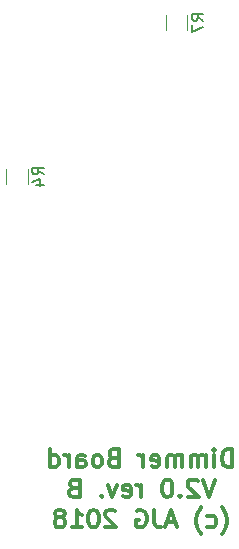
<source format=gbo>
G04 #@! TF.GenerationSoftware,KiCad,Pcbnew,(5.0.1-3-g963ef8bb5)*
G04 #@! TF.CreationDate,2018-11-25T11:10:42+01:00*
G04 #@! TF.ProjectId,Dimmer 2.0,44696D6D657220322E302E6B69636164,rev?*
G04 #@! TF.SameCoordinates,Original*
G04 #@! TF.FileFunction,Legend,Bot*
G04 #@! TF.FilePolarity,Positive*
%FSLAX46Y46*%
G04 Gerber Fmt 4.6, Leading zero omitted, Abs format (unit mm)*
G04 Created by KiCad (PCBNEW (5.0.1-3-g963ef8bb5)) date zondag 25 november 2018 om 11:10:42*
%MOMM*%
%LPD*%
G01*
G04 APERTURE LIST*
%ADD10C,0.300000*%
%ADD11C,0.120000*%
%ADD12C,0.150000*%
G04 APERTURE END LIST*
D10*
X106678571Y-89128571D02*
X106678571Y-87628571D01*
X106321428Y-87628571D01*
X106107142Y-87700000D01*
X105964285Y-87842857D01*
X105892857Y-87985714D01*
X105821428Y-88271428D01*
X105821428Y-88485714D01*
X105892857Y-88771428D01*
X105964285Y-88914285D01*
X106107142Y-89057142D01*
X106321428Y-89128571D01*
X106678571Y-89128571D01*
X105178571Y-89128571D02*
X105178571Y-88128571D01*
X105178571Y-87628571D02*
X105250000Y-87700000D01*
X105178571Y-87771428D01*
X105107142Y-87700000D01*
X105178571Y-87628571D01*
X105178571Y-87771428D01*
X104464285Y-89128571D02*
X104464285Y-88128571D01*
X104464285Y-88271428D02*
X104392857Y-88200000D01*
X104250000Y-88128571D01*
X104035714Y-88128571D01*
X103892857Y-88200000D01*
X103821428Y-88342857D01*
X103821428Y-89128571D01*
X103821428Y-88342857D02*
X103750000Y-88200000D01*
X103607142Y-88128571D01*
X103392857Y-88128571D01*
X103250000Y-88200000D01*
X103178571Y-88342857D01*
X103178571Y-89128571D01*
X102464285Y-89128571D02*
X102464285Y-88128571D01*
X102464285Y-88271428D02*
X102392857Y-88200000D01*
X102250000Y-88128571D01*
X102035714Y-88128571D01*
X101892857Y-88200000D01*
X101821428Y-88342857D01*
X101821428Y-89128571D01*
X101821428Y-88342857D02*
X101750000Y-88200000D01*
X101607142Y-88128571D01*
X101392857Y-88128571D01*
X101250000Y-88200000D01*
X101178571Y-88342857D01*
X101178571Y-89128571D01*
X99892857Y-89057142D02*
X100035714Y-89128571D01*
X100321428Y-89128571D01*
X100464285Y-89057142D01*
X100535714Y-88914285D01*
X100535714Y-88342857D01*
X100464285Y-88200000D01*
X100321428Y-88128571D01*
X100035714Y-88128571D01*
X99892857Y-88200000D01*
X99821428Y-88342857D01*
X99821428Y-88485714D01*
X100535714Y-88628571D01*
X99178571Y-89128571D02*
X99178571Y-88128571D01*
X99178571Y-88414285D02*
X99107142Y-88271428D01*
X99035714Y-88200000D01*
X98892857Y-88128571D01*
X98750000Y-88128571D01*
X96607142Y-88342857D02*
X96392857Y-88414285D01*
X96321428Y-88485714D01*
X96250000Y-88628571D01*
X96250000Y-88842857D01*
X96321428Y-88985714D01*
X96392857Y-89057142D01*
X96535714Y-89128571D01*
X97107142Y-89128571D01*
X97107142Y-87628571D01*
X96607142Y-87628571D01*
X96464285Y-87700000D01*
X96392857Y-87771428D01*
X96321428Y-87914285D01*
X96321428Y-88057142D01*
X96392857Y-88200000D01*
X96464285Y-88271428D01*
X96607142Y-88342857D01*
X97107142Y-88342857D01*
X95392857Y-89128571D02*
X95535714Y-89057142D01*
X95607142Y-88985714D01*
X95678571Y-88842857D01*
X95678571Y-88414285D01*
X95607142Y-88271428D01*
X95535714Y-88200000D01*
X95392857Y-88128571D01*
X95178571Y-88128571D01*
X95035714Y-88200000D01*
X94964285Y-88271428D01*
X94892857Y-88414285D01*
X94892857Y-88842857D01*
X94964285Y-88985714D01*
X95035714Y-89057142D01*
X95178571Y-89128571D01*
X95392857Y-89128571D01*
X93607142Y-89128571D02*
X93607142Y-88342857D01*
X93678571Y-88200000D01*
X93821428Y-88128571D01*
X94107142Y-88128571D01*
X94250000Y-88200000D01*
X93607142Y-89057142D02*
X93750000Y-89128571D01*
X94107142Y-89128571D01*
X94250000Y-89057142D01*
X94321428Y-88914285D01*
X94321428Y-88771428D01*
X94250000Y-88628571D01*
X94107142Y-88557142D01*
X93750000Y-88557142D01*
X93607142Y-88485714D01*
X92892857Y-89128571D02*
X92892857Y-88128571D01*
X92892857Y-88414285D02*
X92821428Y-88271428D01*
X92750000Y-88200000D01*
X92607142Y-88128571D01*
X92464285Y-88128571D01*
X91321428Y-89128571D02*
X91321428Y-87628571D01*
X91321428Y-89057142D02*
X91464285Y-89128571D01*
X91750000Y-89128571D01*
X91892857Y-89057142D01*
X91964285Y-88985714D01*
X92035714Y-88842857D01*
X92035714Y-88414285D01*
X91964285Y-88271428D01*
X91892857Y-88200000D01*
X91750000Y-88128571D01*
X91464285Y-88128571D01*
X91321428Y-88200000D01*
X105214285Y-90178571D02*
X104714285Y-91678571D01*
X104214285Y-90178571D01*
X103785714Y-90321428D02*
X103714285Y-90250000D01*
X103571428Y-90178571D01*
X103214285Y-90178571D01*
X103071428Y-90250000D01*
X103000000Y-90321428D01*
X102928571Y-90464285D01*
X102928571Y-90607142D01*
X103000000Y-90821428D01*
X103857142Y-91678571D01*
X102928571Y-91678571D01*
X102285714Y-91535714D02*
X102214285Y-91607142D01*
X102285714Y-91678571D01*
X102357142Y-91607142D01*
X102285714Y-91535714D01*
X102285714Y-91678571D01*
X101285714Y-90178571D02*
X101142857Y-90178571D01*
X101000000Y-90250000D01*
X100928571Y-90321428D01*
X100857142Y-90464285D01*
X100785714Y-90750000D01*
X100785714Y-91107142D01*
X100857142Y-91392857D01*
X100928571Y-91535714D01*
X101000000Y-91607142D01*
X101142857Y-91678571D01*
X101285714Y-91678571D01*
X101428571Y-91607142D01*
X101500000Y-91535714D01*
X101571428Y-91392857D01*
X101642857Y-91107142D01*
X101642857Y-90750000D01*
X101571428Y-90464285D01*
X101500000Y-90321428D01*
X101428571Y-90250000D01*
X101285714Y-90178571D01*
X99000000Y-91678571D02*
X99000000Y-90678571D01*
X99000000Y-90964285D02*
X98928571Y-90821428D01*
X98857142Y-90750000D01*
X98714285Y-90678571D01*
X98571428Y-90678571D01*
X97500000Y-91607142D02*
X97642857Y-91678571D01*
X97928571Y-91678571D01*
X98071428Y-91607142D01*
X98142857Y-91464285D01*
X98142857Y-90892857D01*
X98071428Y-90750000D01*
X97928571Y-90678571D01*
X97642857Y-90678571D01*
X97500000Y-90750000D01*
X97428571Y-90892857D01*
X97428571Y-91035714D01*
X98142857Y-91178571D01*
X96928571Y-90678571D02*
X96571428Y-91678571D01*
X96214285Y-90678571D01*
X95642857Y-91535714D02*
X95571428Y-91607142D01*
X95642857Y-91678571D01*
X95714285Y-91607142D01*
X95642857Y-91535714D01*
X95642857Y-91678571D01*
X93285714Y-90892857D02*
X93071428Y-90964285D01*
X93000000Y-91035714D01*
X92928571Y-91178571D01*
X92928571Y-91392857D01*
X93000000Y-91535714D01*
X93071428Y-91607142D01*
X93214285Y-91678571D01*
X93785714Y-91678571D01*
X93785714Y-90178571D01*
X93285714Y-90178571D01*
X93142857Y-90250000D01*
X93071428Y-90321428D01*
X93000000Y-90464285D01*
X93000000Y-90607142D01*
X93071428Y-90750000D01*
X93142857Y-90821428D01*
X93285714Y-90892857D01*
X93785714Y-90892857D01*
X105821428Y-94800000D02*
X105892857Y-94728571D01*
X106035714Y-94514285D01*
X106107142Y-94371428D01*
X106178571Y-94157142D01*
X106250000Y-93800000D01*
X106250000Y-93514285D01*
X106178571Y-93157142D01*
X106107142Y-92942857D01*
X106035714Y-92800000D01*
X105892857Y-92585714D01*
X105821428Y-92514285D01*
X104607142Y-94157142D02*
X104750000Y-94228571D01*
X105035714Y-94228571D01*
X105178571Y-94157142D01*
X105250000Y-94085714D01*
X105321428Y-93942857D01*
X105321428Y-93514285D01*
X105250000Y-93371428D01*
X105178571Y-93300000D01*
X105035714Y-93228571D01*
X104750000Y-93228571D01*
X104607142Y-93300000D01*
X104107142Y-94800000D02*
X104035714Y-94728571D01*
X103892857Y-94514285D01*
X103821428Y-94371428D01*
X103750000Y-94157142D01*
X103678571Y-93800000D01*
X103678571Y-93514285D01*
X103750000Y-93157142D01*
X103821428Y-92942857D01*
X103892857Y-92800000D01*
X104035714Y-92585714D01*
X104107142Y-92514285D01*
X101892857Y-93800000D02*
X101178571Y-93800000D01*
X102035714Y-94228571D02*
X101535714Y-92728571D01*
X101035714Y-94228571D01*
X100107142Y-92728571D02*
X100107142Y-93800000D01*
X100178571Y-94014285D01*
X100321428Y-94157142D01*
X100535714Y-94228571D01*
X100678571Y-94228571D01*
X98607142Y-92800000D02*
X98750000Y-92728571D01*
X98964285Y-92728571D01*
X99178571Y-92800000D01*
X99321428Y-92942857D01*
X99392857Y-93085714D01*
X99464285Y-93371428D01*
X99464285Y-93585714D01*
X99392857Y-93871428D01*
X99321428Y-94014285D01*
X99178571Y-94157142D01*
X98964285Y-94228571D01*
X98821428Y-94228571D01*
X98607142Y-94157142D01*
X98535714Y-94085714D01*
X98535714Y-93585714D01*
X98821428Y-93585714D01*
X96821428Y-92871428D02*
X96750000Y-92800000D01*
X96607142Y-92728571D01*
X96250000Y-92728571D01*
X96107142Y-92800000D01*
X96035714Y-92871428D01*
X95964285Y-93014285D01*
X95964285Y-93157142D01*
X96035714Y-93371428D01*
X96892857Y-94228571D01*
X95964285Y-94228571D01*
X95035714Y-92728571D02*
X94892857Y-92728571D01*
X94750000Y-92800000D01*
X94678571Y-92871428D01*
X94607142Y-93014285D01*
X94535714Y-93300000D01*
X94535714Y-93657142D01*
X94607142Y-93942857D01*
X94678571Y-94085714D01*
X94750000Y-94157142D01*
X94892857Y-94228571D01*
X95035714Y-94228571D01*
X95178571Y-94157142D01*
X95250000Y-94085714D01*
X95321428Y-93942857D01*
X95392857Y-93657142D01*
X95392857Y-93300000D01*
X95321428Y-93014285D01*
X95250000Y-92871428D01*
X95178571Y-92800000D01*
X95035714Y-92728571D01*
X93107142Y-94228571D02*
X93964285Y-94228571D01*
X93535714Y-94228571D02*
X93535714Y-92728571D01*
X93678571Y-92942857D01*
X93821428Y-93085714D01*
X93964285Y-93157142D01*
X92250000Y-93371428D02*
X92392857Y-93300000D01*
X92464285Y-93228571D01*
X92535714Y-93085714D01*
X92535714Y-93014285D01*
X92464285Y-92871428D01*
X92392857Y-92800000D01*
X92250000Y-92728571D01*
X91964285Y-92728571D01*
X91821428Y-92800000D01*
X91750000Y-92871428D01*
X91678571Y-93014285D01*
X91678571Y-93085714D01*
X91750000Y-93228571D01*
X91821428Y-93300000D01*
X91964285Y-93371428D01*
X92250000Y-93371428D01*
X92392857Y-93442857D01*
X92464285Y-93514285D01*
X92535714Y-93657142D01*
X92535714Y-93942857D01*
X92464285Y-94085714D01*
X92392857Y-94157142D01*
X92250000Y-94228571D01*
X91964285Y-94228571D01*
X91821428Y-94157142D01*
X91750000Y-94085714D01*
X91678571Y-93942857D01*
X91678571Y-93657142D01*
X91750000Y-93514285D01*
X91821428Y-93442857D01*
X91964285Y-93371428D01*
D11*
G04 #@! TO.C,R7*
X101090000Y-52089564D02*
X101090000Y-50885436D01*
X102910000Y-52089564D02*
X102910000Y-50885436D01*
G04 #@! TO.C,R4*
X89410000Y-65114564D02*
X89410000Y-63910436D01*
X87590000Y-65114564D02*
X87590000Y-63910436D01*
G04 #@! TO.C,R7*
D12*
X104272380Y-51320833D02*
X103796190Y-50987500D01*
X104272380Y-50749404D02*
X103272380Y-50749404D01*
X103272380Y-51130357D01*
X103320000Y-51225595D01*
X103367619Y-51273214D01*
X103462857Y-51320833D01*
X103605714Y-51320833D01*
X103700952Y-51273214D01*
X103748571Y-51225595D01*
X103796190Y-51130357D01*
X103796190Y-50749404D01*
X103272380Y-51654166D02*
X103272380Y-52320833D01*
X104272380Y-51892261D01*
G04 #@! TO.C,R4*
X90772380Y-64345833D02*
X90296190Y-64012500D01*
X90772380Y-63774404D02*
X89772380Y-63774404D01*
X89772380Y-64155357D01*
X89820000Y-64250595D01*
X89867619Y-64298214D01*
X89962857Y-64345833D01*
X90105714Y-64345833D01*
X90200952Y-64298214D01*
X90248571Y-64250595D01*
X90296190Y-64155357D01*
X90296190Y-63774404D01*
X90105714Y-65202976D02*
X90772380Y-65202976D01*
X89724761Y-64964880D02*
X90439047Y-64726785D01*
X90439047Y-65345833D01*
G04 #@! TD*
M02*

</source>
